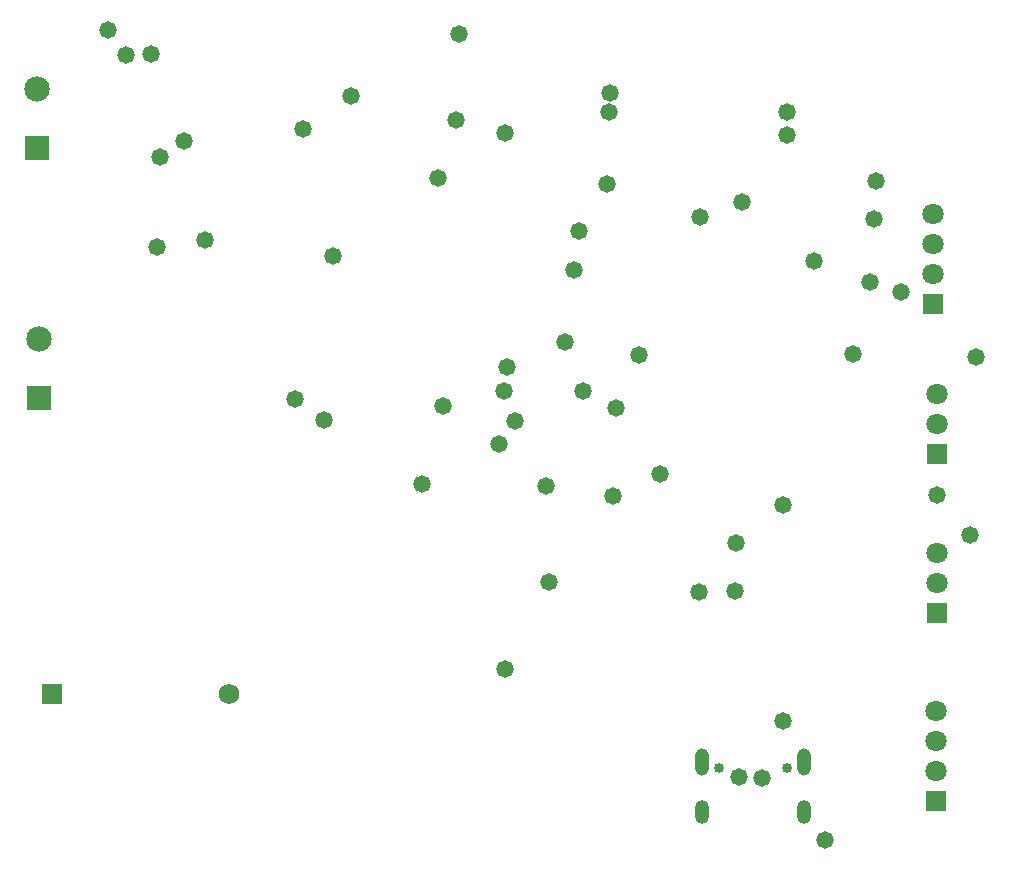
<source format=gbs>
%TF.GenerationSoftware,Altium Limited,Altium Designer,22.4.2 (48)*%
G04 Layer_Color=16711935*
%FSLAX45Y45*%
%MOMM*%
%TF.SameCoordinates,2FA726A9-CE4F-4E86-892B-79CA134EB5E5*%
%TF.FilePolarity,Negative*%
%TF.FileFunction,Soldermask,Bot*%
%TF.Part,Single*%
G01*
G75*
%TA.AperFunction,ComponentPad*%
%ADD38C,1.75000*%
%ADD39R,1.75000X1.75000*%
%ADD61C,1.80320*%
%ADD62R,1.80320X1.80320*%
%ADD63C,0.85320*%
G04:AMPARAMS|DCode=64|XSize=1.2032mm|YSize=2.0032mm|CornerRadius=0.6016mm|HoleSize=0mm|Usage=FLASHONLY|Rotation=0.000|XOffset=0mm|YOffset=0mm|HoleType=Round|Shape=RoundedRectangle|*
%AMROUNDEDRECTD64*
21,1,1.20320,0.80000,0,0,0.0*
21,1,0.00000,2.00320,0,0,0.0*
1,1,1.20320,0.00000,-0.40000*
1,1,1.20320,0.00000,-0.40000*
1,1,1.20320,0.00000,0.40000*
1,1,1.20320,0.00000,0.40000*
%
%ADD64ROUNDEDRECTD64*%
G04:AMPARAMS|DCode=65|XSize=1.2032mm|YSize=2.3032mm|CornerRadius=0.6016mm|HoleSize=0mm|Usage=FLASHONLY|Rotation=0.000|XOffset=0mm|YOffset=0mm|HoleType=Round|Shape=RoundedRectangle|*
%AMROUNDEDRECTD65*
21,1,1.20320,1.10000,0,0,0.0*
21,1,0.00000,2.30320,0,0,0.0*
1,1,1.20320,0.00000,-0.55000*
1,1,1.20320,0.00000,-0.55000*
1,1,1.20320,0.00000,0.55000*
1,1,1.20320,0.00000,0.55000*
%
%ADD65ROUNDEDRECTD65*%
%ADD66C,2.15320*%
%ADD67R,2.15320X2.15320*%
%TA.AperFunction,ViaPad*%
%ADD68C,1.47320*%
D38*
X7658100Y5016500D02*
D03*
D39*
X6158100D02*
D03*
D61*
X13639799Y4876800D02*
D03*
Y4622800D02*
D03*
Y4368800D02*
D03*
X13652499Y6210300D02*
D03*
Y5956300D02*
D03*
Y7556500D02*
D03*
Y7302500D02*
D03*
X13614400Y8572500D02*
D03*
Y8826500D02*
D03*
Y9080500D02*
D03*
D62*
X13639799Y4114800D02*
D03*
X13652499Y5702300D02*
D03*
Y7048500D02*
D03*
X13614400Y8318500D02*
D03*
D63*
X11801400Y4388000D02*
D03*
X12379400D02*
D03*
D64*
X12522400Y4020000D02*
D03*
X11658400D02*
D03*
D65*
X12522400Y4438000D02*
D03*
X11658400D02*
D03*
D66*
X6026702Y10143299D02*
D03*
X6045200Y8026400D02*
D03*
D67*
X6026702Y9643300D02*
D03*
X6045200Y7526401D02*
D03*
D68*
X13931900Y6362700D02*
D03*
X13652499Y6705600D02*
D03*
X10931108Y7438608D02*
D03*
X10655300Y7581900D02*
D03*
X11303000Y6883400D02*
D03*
X7454900Y8864600D02*
D03*
X7277100Y9702800D02*
D03*
X9994900Y9766300D02*
D03*
X13982700Y7874000D02*
D03*
X12941299Y7895540D02*
D03*
X13131799Y9359900D02*
D03*
X13119099Y9042400D02*
D03*
X10620849Y8940782D02*
D03*
X10007294Y7790181D02*
D03*
X9463234Y7454900D02*
D03*
X10074692Y7331492D02*
D03*
X10878820Y10104120D02*
D03*
X11645900Y9055100D02*
D03*
X11125200Y7886700D02*
D03*
X10579100Y8610600D02*
D03*
X13081000Y8509000D02*
D03*
X13347701Y8420100D02*
D03*
X10858500Y9334500D02*
D03*
X12382500Y9753600D02*
D03*
Y9944100D02*
D03*
X9982200Y7581900D02*
D03*
X9601200Y10604500D02*
D03*
X12700000Y3784600D02*
D03*
X9944100Y7137400D02*
D03*
X12166600Y4305300D02*
D03*
X11976100Y4318000D02*
D03*
X9575800Y9880600D02*
D03*
X9994900Y5232400D02*
D03*
X8216900Y7518400D02*
D03*
X8458200Y7340600D02*
D03*
X9290050Y6794500D02*
D03*
X10337800Y6781800D02*
D03*
X8534400Y8724900D02*
D03*
X10871200Y9944100D02*
D03*
X8280400Y9804400D02*
D03*
X12611100Y8686800D02*
D03*
X10502900Y8001000D02*
D03*
X10363200Y5969000D02*
D03*
X6629400Y10642600D02*
D03*
X8686800Y10083800D02*
D03*
X7048500Y8801100D02*
D03*
X6997700Y10439400D02*
D03*
X6781800Y10426700D02*
D03*
X7073900Y9563100D02*
D03*
X9423400Y9385300D02*
D03*
X10909300Y6692900D02*
D03*
X11938000Y5892800D02*
D03*
X12344400Y6616700D02*
D03*
X11633200Y5880100D02*
D03*
X11950700Y6299200D02*
D03*
X12001500Y9182100D02*
D03*
X12344400Y4787900D02*
D03*
%TF.MD5,6b33a85a2ef11f08426149923a2857b8*%
M02*

</source>
